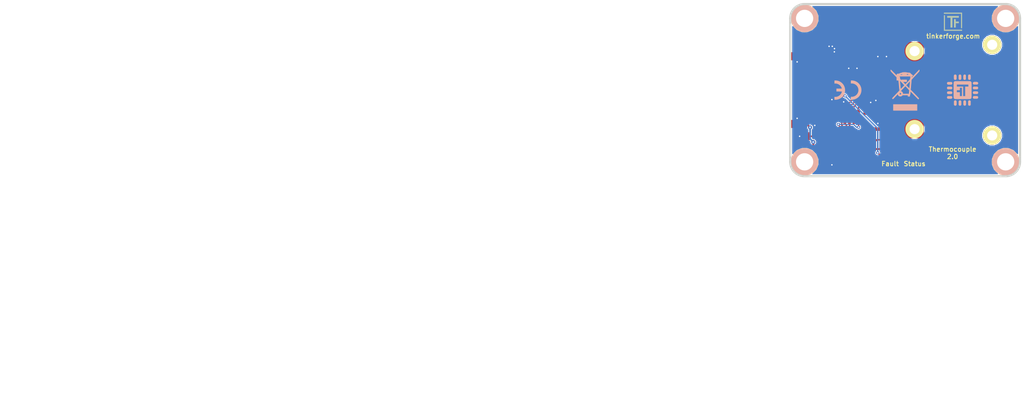
<source format=kicad_pcb>
(kicad_pcb (version 4) (host pcbnew 4.0.7-e2-6376~58~ubuntu17.04.1)
  (title_block (title "Thermocouple Bricklet 2.0") (date 2018-01-16) (rev 1.0) (company "Tinkerforge GmbH") (comment 1 "Licensed under CERN OHL v.1.1") (comment 2 "Copyright (©) 2018, L.Lauer <lukas@tinkerforge.com>"))
  (layers (0 Vorderseite signal) (31 Rückseite signal) (34 B.Paste user) (35 F.Paste user) (36 B.SilkS user) (37 F.SilkS user) (38 B.Mask user) (39 F.Mask user) (44 Edge.Cuts user))
  (net 0 "")
  (net 1 GND)
  (net 2 VCC)
  (net 3 "Net-(C104-Pad1)")
  (net 4 "Net-(C105-Pad1)")
  (net 5 "Net-(D101-Pad1)")
  (net 6 "Net-(D101-Pad2)")
  (net 7 "Net-(J101-Pad2)")
  (net 8 "Net-(R102-Pad2)")
  (net 9 "Net-(RP101-Pad1)")
  (net 10 "Net-(RP101-Pad2)")
  (net 11 "Net-(RP101-Pad3)")
  (net 12 "Net-(RP101-Pad4)")
  (net 13 "Net-(J101-Pad1)")
  (net 14 "Net-(C1-Pad1)")
  (net 15 "Net-(D1-Pad2)")
  (net 16 "Net-(P1-Pad1)")
  (net 17 "Net-(P1-Pad4)")
  (net 18 "Net-(P1-Pad5)")
  (net 19 "Net-(P1-Pad6)")
  (net 20 "Net-(P2-Pad1)")
  (net 21 "Net-(P3-Pad2)")
  (net 22 "Net-(R1-Pad1)")
  (net 23 S-MISO)
  (net 24 S-MOSI)
  (net 25 S-CLK)
  (net 26 S-CS)
  (net 27 M-MOSI)
  (net 28 M-MISO)
  (net 29 M-CLK)
  (net 30 M-CS)
  (net 31 "Net-(U1-Pad2)")
  (net 32 "Net-(U1-Pad3)")
  (net 33 "Net-(U1-Pad5)")
  (net 34 "Net-(U1-Pad6)")
  (net 35 "Net-(U1-Pad8)")
  (net 36 "Net-(U1-Pad11)")
  (net 37 "Net-(U1-Pad12)")
  (net 38 "Net-(U1-Pad14)")
  (net 39 "Net-(U1-Pad16)")
  (net 40 "Net-(U1-Pad21)")
  (net 41 "Net-(U102-Pad6)")
  (net 42 "Net-(U102-Pad7)")
  (net 43 "Net-(U1-Pad7)")
  (module kicad-libraries:QFN24-4x4mm-0.5mm (layer Vorderseite) (at 158.125 148.925)
    (fp_text reference U1)
    (fp_text value XMC1100)
    (pad 1 smd oval (at -2.025 -1.25) (size 1 0.3) (layers Vorderseite F.Paste F.Mask) (net 23 S-MISO))
    (pad 2 smd oval (at -2.025 -0.75) (size 1 0.3) (layers Vorderseite F.Paste F.Mask) (net 31 "Net-(U1-Pad2)"))
    (pad 3 smd oval (at -2.025 -0.25) (size 1 0.3) (layers Vorderseite F.Paste F.Mask) (net 32 "Net-(U1-Pad3)"))
    (pad 4 smd oval (at -2.025 0.25) (size 1 0.3) (layers Vorderseite F.Paste F.Mask) (net 21 "Net-(P3-Pad2)"))
    (pad 5 smd oval (at -2.025 0.75) (size 1 0.3) (layers Vorderseite F.Paste F.Mask) (net 33 "Net-(U1-Pad5)"))
    (pad 6 smd oval (at -2.025 1.25) (size 1 0.3) (layers Vorderseite F.Paste F.Mask) (net 34 "Net-(U1-Pad6)"))
    (pad 7 smd oval (at -1.25 2.025 90) (size 1 0.3) (layers Vorderseite F.Paste F.Mask) (net 43 "Net-(U1-Pad7)"))
    (pad 8 smd oval (at -0.75 2.025 90) (size 1 0.3) (layers Vorderseite F.Paste F.Mask) (net 35 "Net-(U1-Pad8)"))
    (pad 9 smd oval (at -0.25 2.025 90) (size 1 0.3) (layers Vorderseite F.Paste F.Mask) (net 1 GND))
    (pad 10 smd oval (at 0.25 2.025 90) (size 1 0.3) (layers Vorderseite F.Paste F.Mask) (net 2 VCC))
    (pad 11 smd oval (at 0.75 2.025 90) (size 1 0.3) (layers Vorderseite F.Paste F.Mask) (net 36 "Net-(U1-Pad11)"))
    (pad 12 smd oval (at 1.25 2.025 90) (size 1 0.3) (layers Vorderseite F.Paste F.Mask) (net 37 "Net-(U1-Pad12)"))
    (pad 13 smd oval (at 2.025 1.25) (size 1 0.3) (layers Vorderseite F.Paste F.Mask) (net 22 "Net-(R1-Pad1)"))
    (pad 14 smd oval (at 2.025 0.75) (size 1 0.3) (layers Vorderseite F.Paste F.Mask) (net 38 "Net-(U1-Pad14)"))
    (pad 15 smd oval (at 2.025 0.25) (size 1 0.3) (layers Vorderseite F.Paste F.Mask) (net 20 "Net-(P2-Pad1)"))
    (pad 16 smd oval (at 2.025 -0.25) (size 1 0.3) (layers Vorderseite F.Paste F.Mask) (net 39 "Net-(U1-Pad16)"))
    (pad 17 smd oval (at 2.025 -0.75) (size 1 0.3) (layers Vorderseite F.Paste F.Mask) (net 28 M-MISO))
    (pad 18 smd oval (at 2.025 -1.25) (size 1 0.3) (layers Vorderseite F.Paste F.Mask) (net 27 M-MOSI))
    (pad 19 smd oval (at 1.25 -2.025 90) (size 1 0.3) (layers Vorderseite F.Paste F.Mask) (net 29 M-CLK))
    (pad 20 smd oval (at 0.75 -2.025 90) (size 1 0.3) (layers Vorderseite F.Paste F.Mask) (net 30 M-CS))
    (pad 21 smd oval (at 0.25 -2.025 90) (size 1 0.3) (layers Vorderseite F.Paste F.Mask) (net 40 "Net-(U1-Pad21)"))
    (pad 22 smd oval (at -0.25 -2.025 90) (size 1 0.3) (layers Vorderseite F.Paste F.Mask) (net 26 S-CS))
    (pad 23 smd oval (at -0.75 -2.025 90) (size 1 0.3) (layers Vorderseite F.Paste F.Mask) (net 25 S-CLK))
    (pad 24 smd oval (at -1.25 -2.025 90) (size 1 0.3) (layers Vorderseite F.Paste F.Mask) (net 24 S-MOSI))
    (pad EXP smd rect (at 0.65 0.65) (size 1.3 1.3) (layers Vorderseite F.Paste F.Mask) (net 1 GND))
    (pad EXP smd rect (at 0.65 -0.65) (size 1.3 1.3) (layers Vorderseite F.Paste F.Mask) (net 1 GND))
    (pad EXP smd rect (at -0.65 0.65) (size 1.3 1.3) (layers Vorderseite F.Paste F.Mask) (net 1 GND))
    (pad EXP smd rect (at -0.65 -0.65) (size 1.3 1.3) (layers Vorderseite F.Paste F.Mask) (net 1 GND))
  )
  (module kicad-libraries:R1206 (layer Vorderseite) (at 167.625 137.425 180)
    (fp_text reference R104)
    (fp_text value 100)
    (pad 1 smd rect (at -1.50114 0 180) (size 1.00076 1.6002) (layers Vorderseite F.Paste F.Mask) (net 13 "Net-(J101-Pad1)"))
    (pad 2 smd rect (at 1.50114 0 180) (size 1.00076 1.6002) (layers Vorderseite F.Paste F.Mask) (net 4 "Net-(C105-Pad1)"))
  )
  (module kicad-libraries:R1206 (layer Vorderseite) (at 167.625 142.425 180)
    (fp_text reference R103)
    (fp_text value 100)
    (pad 1 smd rect (at -1.50114 0 180) (size 1.00076 1.6002) (layers Vorderseite F.Paste F.Mask) (net 7 "Net-(J101-Pad2)"))
    (pad 2 smd rect (at 1.50114 0 180) (size 1.00076 1.6002) (layers Vorderseite F.Paste F.Mask) (net 3 "Net-(C104-Pad1)"))
  )
  (module kicad-libraries:R1206 (layer Vorderseite) (at 163.675 145.225 90)
    (fp_text reference R102)
    (fp_text value 20k)
    (pad 1 smd rect (at -1.50114 0 90) (size 1.00076 1.6002) (layers Vorderseite F.Paste F.Mask) (net 7 "Net-(J101-Pad2)"))
    (pad 2 smd rect (at 1.50114 0 90) (size 1.00076 1.6002) (layers Vorderseite F.Paste F.Mask) (net 8 "Net-(R102-Pad2)"))
  )
  (module kicad-libraries:R0603F (layer Vorderseite) (at 167.515 150.195 180)
    (fp_text reference R101)
    (fp_text value 1k)
    (pad 1 smd rect (at -0.75 0 180) (size 0.9 0.9) (layers Vorderseite F.Paste F.Mask) (net 5 "Net-(D101-Pad1)"))
    (pad 2 smd rect (at 0.75 0 180) (size 0.9 0.9) (layers Vorderseite F.Paste F.Mask) (net 2 VCC))
  )
  (module kicad-libraries:SolderJumper (layer Vorderseite) (at 152.785 147.975)
    (fp_text reference P3)
    (fp_text value BOOT)
    (pad 2 smd rect (at 0.55 0) (size 0.3 1.4) (layers Vorderseite F.Mask) (net 21 "Net-(P3-Pad2)"))
    (pad 2 smd rect (at 0.15 0) (size 0.6 0.5) (layers Vorderseite F.Mask) (net 21 "Net-(P3-Pad2)"))
    (pad 1 smd rect (at -0.5 0) (size 0.4 1.4) (layers Vorderseite F.Mask) (net 1 GND))
    (pad 1 smd rect (at -0.225 0.55) (size 0.95 0.3) (layers Vorderseite F.Mask) (net 1 GND))
    (pad 1 smd rect (at -0.225 -0.55) (size 0.95 0.3) (layers Vorderseite F.Mask) (net 1 GND))
  )
  (module kicad-libraries:DEBUG_PAD (layer Vorderseite) (at 162.175 149.165)
    (fp_text reference P2)
    (fp_text value DEBUG)
    (pad 1 smd circle (at 0 0) (size 0.7 0.7) (layers Vorderseite F.Paste F.Mask) (net 20 "Net-(P2-Pad1)"))
  )
  (module kicad-libraries:D0603F (layer Vorderseite) (at 167.515 151.525 180)
    (fp_text reference D101)
    (fp_text value red)
    (pad 1 smd rect (at -0.75 0 180) (size 0.9 0.9) (layers Vorderseite F.Paste F.Mask) (net 5 "Net-(D101-Pad1)"))
    (pad 2 smd rect (at 0.75 0 180) (size 0.9 0.9) (layers Vorderseite F.Paste F.Mask) (net 6 "Net-(D101-Pad2)"))
  )
  (module kicad-libraries:C0603F (layer Vorderseite) (at 166.125 134.875 270)
    (fp_text reference C106)
    (fp_text value 10nF)
    (pad 1 smd rect (at -0.75 0 270) (size 0.9 0.9) (layers Vorderseite F.Paste F.Mask) (net 1 GND))
    (pad 2 smd rect (at 0.75 0 270) (size 0.9 0.9) (layers Vorderseite F.Paste F.Mask) (net 4 "Net-(C105-Pad1)"))
  )
  (module kicad-libraries:C0603F (layer Vorderseite) (at 166.025 139.925 270)
    (fp_text reference C105)
    (fp_text value 10nF)
    (pad 1 smd rect (at -0.75 0 270) (size 0.9 0.9) (layers Vorderseite F.Paste F.Mask) (net 4 "Net-(C105-Pad1)"))
    (pad 2 smd rect (at 0.75 0 270) (size 0.9 0.9) (layers Vorderseite F.Paste F.Mask) (net 3 "Net-(C104-Pad1)"))
  )
  (module kicad-libraries:C0603F (layer Vorderseite) (at 166.125 144.925 270)
    (fp_text reference C104)
    (fp_text value 10nF)
    (pad 1 smd rect (at -0.75 0 270) (size 0.9 0.9) (layers Vorderseite F.Paste F.Mask) (net 3 "Net-(C104-Pad1)"))
    (pad 2 smd rect (at 0.75 0 270) (size 0.9 0.9) (layers Vorderseite F.Paste F.Mask) (net 1 GND))
  )
  (module kicad-libraries:C0603F (layer Vorderseite) (at 163.225 136.125 180)
    (fp_text reference C103)
    (fp_text value 100nF)
    (pad 1 smd rect (at -0.75 0 180) (size 0.9 0.9) (layers Vorderseite F.Paste F.Mask) (net 2 VCC))
    (pad 2 smd rect (at 0.75 0 180) (size 0.9 0.9) (layers Vorderseite F.Paste F.Mask) (net 1 GND))
  )
  (module kicad-libraries:C0603F (layer Vorderseite) (at 158.825 136.125)
    (fp_text reference C102)
    (fp_text value 100nF)
    (pad 1 smd rect (at -0.75 0) (size 0.9 0.9) (layers Vorderseite F.Paste F.Mask) (net 2 VCC))
    (pad 2 smd rect (at 0.75 0) (size 0.9 0.9) (layers Vorderseite F.Paste F.Mask) (net 1 GND))
  )
  (module kicad-libraries:0603X4 (layer Vorderseite) (at 160.825 144.525)
    (fp_text reference RP101)
    (fp_text value 100)
    (pad 1 smd rect (at 1.19888 -0.8509) (size 0.44958 0.89916) (layers Vorderseite F.Paste F.Mask) (net 9 "Net-(RP101-Pad1)"))
    (pad 2 smd rect (at 0.39878 -0.8509) (size 0.44958 0.89916) (layers Vorderseite F.Paste F.Mask) (net 10 "Net-(RP101-Pad2)"))
    (pad 3 smd rect (at -0.39878 -0.8509) (size 0.44958 0.89916) (layers Vorderseite F.Paste F.Mask) (net 11 "Net-(RP101-Pad3)"))
    (pad 4 smd rect (at -1.19888 -0.8509) (size 0.44958 0.89916) (layers Vorderseite F.Paste F.Mask) (net 12 "Net-(RP101-Pad4)"))
    (pad 5 smd rect (at -1.19888 0.8509) (size 0.44958 0.89916) (layers Vorderseite F.Paste F.Mask) (net 27 M-MOSI))
    (pad 6 smd rect (at -0.39878 0.8509) (size 0.44958 0.89916) (layers Vorderseite F.Paste F.Mask) (net 28 M-MISO))
    (pad 7 smd rect (at 0.39878 0.8509) (size 0.44958 0.89916) (layers Vorderseite F.Paste F.Mask) (net 29 M-CLK))
    (pad 8 smd rect (at 1.19888 0.8509) (size 0.44958 0.89916) (layers Vorderseite F.Paste F.Mask) (net 30 M-CS))
  )
  (module kicad-libraries:TSSOP14 (layer Vorderseite) (at 161.325 139.625 90)
    (fp_text reference U102)
    (fp_text value MAX31856)
    (pad 1 smd rect (at -1.94818 2.79908 270) (size 0.29972 1.5494) (layers Vorderseite F.Paste F.Mask) (net 1 GND))
    (pad 2 smd rect (at -1.29794 2.79908 270) (size 0.29972 1.5494) (layers Vorderseite F.Paste F.Mask) (net 8 "Net-(R102-Pad2)"))
    (pad 3 smd rect (at -0.6477 2.79908 270) (size 0.29972 1.5494) (layers Vorderseite F.Paste F.Mask) (net 3 "Net-(C104-Pad1)"))
    (pad 4 smd rect (at 0 2.79908 270) (size 0.29972 1.5494) (layers Vorderseite F.Paste F.Mask) (net 4 "Net-(C105-Pad1)"))
    (pad 5 smd rect (at 0.6477 2.79908 270) (size 0.29972 1.5494) (layers Vorderseite F.Paste F.Mask) (net 2 VCC))
    (pad 6 smd rect (at 1.29794 2.79908 270) (size 0.29972 1.5494) (layers Vorderseite F.Paste F.Mask) (net 41 "Net-(U102-Pad6)"))
    (pad 7 smd rect (at 1.94818 2.79908 270) (size 0.29972 1.5494) (layers Vorderseite F.Paste F.Mask) (net 42 "Net-(U102-Pad7)"))
    (pad 8 smd rect (at 1.94818 -2.79908 90) (size 0.29972 1.5494) (layers Vorderseite F.Paste F.Mask) (net 2 VCC))
    (pad 9 smd rect (at 1.29794 -2.79908 90) (size 0.29972 1.5494) (layers Vorderseite F.Paste F.Mask) (net 9 "Net-(RP101-Pad1)"))
    (pad 10 smd rect (at 0.6477 -2.79908 90) (size 0.29972 1.5494) (layers Vorderseite F.Paste F.Mask) (net 10 "Net-(RP101-Pad2)"))
    (pad 11 smd rect (at 0 -2.79908 90) (size 0.29972 1.5494) (layers Vorderseite F.Paste F.Mask) (net 11 "Net-(RP101-Pad3)"))
    (pad 12 smd rect (at -0.6477 -2.79908 90) (size 0.29972 1.5494) (layers Vorderseite F.Paste F.Mask) (net 12 "Net-(RP101-Pad4)"))
    (pad 13 smd rect (at -1.29794 -2.79908 90) (size 0.29972 1.5494) (layers Vorderseite F.Paste F.Mask) (net 6 "Net-(D101-Pad2)"))
    (pad 14 smd rect (at -1.94818 -2.79908 90) (size 0.29972 1.5494) (layers Vorderseite F.Paste F.Mask) (net 1 GND))
  )
  (module kicad-libraries:DRILL_NP (layer Vorderseite) (at 152.625 127.425)
    (fp_text reference U103 hide)
    (fp_text value DRILL hide)
    (pad "" np_thru_hole circle (at 0 0) (size 2.99974 2.99974) (drill 2.99974) (layers *.Cu *.Mask F.SilkS) (clearance 0.89916))
  )
  (module kicad-libraries:DRILL_NP (layer Vorderseite) (at 152.625 152.425)
    (fp_text reference U104 hide)
    (fp_text value DRILL hide)
    (pad "" np_thru_hole circle (at 0 0) (size 2.99974 2.99974) (drill 2.99974) (layers *.Cu *.Mask F.SilkS) (clearance 0.89916))
  )
  (module kicad-libraries:DRILL_NP (layer Vorderseite) (at 187.625 152.425)
    (fp_text reference U105 hide)
    (fp_text value DRILL hide)
    (pad "" np_thru_hole circle (at 0 0) (size 2.99974 2.99974) (drill 2.99974) (layers *.Cu *.Mask F.SilkS) (clearance 0.89916))
  )
  (module kicad-libraries:DRILL_NP (layer Vorderseite) (at 187.625 127.425)
    (fp_text reference U106 hide)
    (fp_text value DRILL hide)
    (pad "" np_thru_hole circle (at 0 0) (size 2.99974 2.99974) (drill 2.99974) (layers *.Cu *.Mask F.SilkS) (clearance 0.89916))
  )
  (module kicad-libraries:Logo_31x31 (layer Vorderseite) (at 176.875 126.425)
    (fp_text reference G*** hide)
    (fp_text value Logo_31x31 hide)
  )
  (module kicad-libraries:CE_5mm (layer Rückseite) (at 160.125 139.925 180)
    (fp_text reference VAL hide)
    (fp_text value CE_5mm hide)
  )
  (module kicad-libraries:WEEE_7mm (layer Rückseite) (at 170.125 139.925 180)
    (fp_text reference G*** hide)
    (fp_text value LOGO hide)
  )
  (module kicad-libraries:Fiducial_Mark (layer Vorderseite) (at 158.125 128.925)
    (fp_text reference Fiducial_Mark hide)
    (fp_text value VAL** hide)
    (pad 1 smd circle (at 0 0) (size 1.00076 1.00076) (layers Vorderseite F.Paste F.Mask) (clearance 0.65024))
  )
  (module kicad-libraries:Fiducial_Mark (layer Vorderseite) (at 183.125 127.425)
    (fp_text reference Fiducial_Mark hide)
    (fp_text value VAL** hide)
    (pad 1 smd circle (at 0 0) (size 1.00076 1.00076) (layers Vorderseite F.Paste F.Mask) (clearance 0.65024))
  )
  (module kicad-libraries:Fiducial_Mark (layer Vorderseite) (at 183.125 152.425)
    (fp_text reference Fiducial_Mark hide)
    (fp_text value VAL** hide)
    (pad 1 smd circle (at 0 0) (size 1.00076 1.00076) (layers Vorderseite F.Paste F.Mask) (clearance 0.65024))
  )
  (module kicad-libraries:PCC_SMP (layer Vorderseite) (at 178.525 139.925 270)
    (fp_text reference J101)
    (fp_text value THERM)
    (pad 1 thru_hole circle (at -6.8 6.75 270) (size 3.2 3.2) (drill 1.77) (layers *.Cu *.Mask F.SilkS) (net 13 "Net-(J101-Pad1)"))
    (pad 2 thru_hole circle (at 6.8 6.75 270) (size 3.2 3.2) (drill 1.77) (layers *.Cu *.Mask F.SilkS) (net 7 "Net-(J101-Pad2)"))
    (pad "" thru_hole circle (at 7.9 -6.75 270) (size 3.2 3.2) (drill 1.77) (layers *.Cu *.Mask F.SilkS))
    (pad "" thru_hole circle (at -7.9 -6.75 270) (size 3.2 3.2) (drill 1.77) (layers *.Cu *.Mask F.SilkS))
  )
  (module C0402E (layer Vorderseite) (at 155.125 145.425 270)
    (fp_text reference C1)
    (fp_text value 220pF)
    (pad 1 smd rect (at -0.65 0 270) (size 0.7 0.9) (layers Vorderseite F.Paste F.Mask) (net 14 "Net-(C1-Pad1)"))
    (pad 2 smd rect (at 0.65 0 270) (size 0.7 0.9) (layers Vorderseite F.Paste F.Mask) (net 1 GND))
  )
  (module C0805 (layer Vorderseite) (at 156.145 134.635)
    (fp_text reference C2)
    (fp_text value 10uF)
    (pad 1 smd rect (at -1.00076 0) (size 1.00076 1.24968) (layers Vorderseite F.Paste F.Mask) (net 2 VCC) (clearance 0.14986))
    (pad 2 smd rect (at 1.00076 0) (size 1.00076 1.24968) (layers Vorderseite F.Paste F.Mask) (net 1 GND) (clearance 0.14986))
  )
  (module C0603F (layer Vorderseite) (at 156.325 133.025)
    (fp_text reference C3)
    (fp_text value 1uF)
    (pad 1 smd rect (at -0.75 0) (size 0.9 0.9) (layers Vorderseite F.Paste F.Mask) (net 2 VCC))
    (pad 2 smd rect (at 0.75 0) (size 0.9 0.9) (layers Vorderseite F.Paste F.Mask) (net 1 GND))
  )
  (module C0603F (layer Vorderseite) (at 158.125 152.225 180)
    (fp_text reference C4)
    (fp_text value 100nF)
    (pad 1 smd rect (at -0.75 0 180) (size 0.9 0.9) (layers Vorderseite F.Paste F.Mask) (net 2 VCC))
    (pad 2 smd rect (at 0.75 0 180) (size 0.9 0.9) (layers Vorderseite F.Paste F.Mask) (net 1 GND))
  )
  (module D0603F (layer Vorderseite) (at 171.775 151.525)
    (fp_text reference D1)
    (fp_text value blue)
    (pad 1 smd rect (at -0.75 0) (size 0.9 0.9) (layers Vorderseite F.Paste F.Mask) (net 2 VCC))
    (pad 2 smd rect (at 0.75 0) (size 0.9 0.9) (layers Vorderseite F.Paste F.Mask) (net 15 "Net-(D1-Pad2)"))
  )
  (module CON-SENSOR2 (layer Vorderseite) (at 150.125 139.925 270)
    (fp_text reference P1)
    (fp_text value CON-SENSOR2)
    (pad 1 smd rect (at -3.75 -4.6 270) (size 0.6 1.8) (layers Vorderseite F.Paste F.Mask) (net 16 "Net-(P1-Pad1)"))
    (pad 2 smd rect (at -2.5 -4.6 270) (size 0.6 1.8) (layers Vorderseite F.Paste F.Mask) (net 1 GND))
    (pad EP smd rect (at -5.9 -1.2 270) (size 1.4 2.4) (layers Vorderseite F.Paste F.Mask) (net 1 GND))
    (pad EP smd rect (at 5.9 -1.2 270) (size 1.4 2.4) (layers Vorderseite F.Paste F.Mask) (net 1 GND))
    (pad 3 smd rect (at -1.25 -4.6 270) (size 0.6 1.8) (layers Vorderseite F.Paste F.Mask) (net 2 VCC))
    (pad 4 smd rect (at 0 -4.6 270) (size 0.6 1.8) (layers Vorderseite F.Paste F.Mask) (net 17 "Net-(P1-Pad4)"))
    (pad 5 smd rect (at 1.25 -4.6 270) (size 0.6 1.8) (layers Vorderseite F.Paste F.Mask) (net 18 "Net-(P1-Pad5)"))
    (pad 6 smd rect (at 2.5 -4.6 270) (size 0.6 1.8) (layers Vorderseite F.Paste F.Mask) (net 19 "Net-(P1-Pad6)"))
    (pad 7 smd rect (at 3.75 -4.6 270) (size 0.6 1.8) (layers Vorderseite F.Paste F.Mask) (net 14 "Net-(C1-Pad1)"))
  )
  (module R0603F (layer Vorderseite) (at 171.775 150.195)
    (fp_text reference R1)
    (fp_text value 1k)
    (pad 1 smd rect (at -0.75 0) (size 0.9 0.9) (layers Vorderseite F.Paste F.Mask) (net 22 "Net-(R1-Pad1)"))
    (pad 2 smd rect (at 0.75 0) (size 0.9 0.9) (layers Vorderseite F.Paste F.Mask) (net 15 "Net-(D1-Pad2)"))
  )
  (module 4X0402 (layer Vorderseite) (at 157.025 144.225 180)
    (fp_text reference RP1)
    (fp_text value 82)
    (pad 1 smd rect (at -0.7493 0.575) (size 0.29972 0.65) (layers Vorderseite F.Paste F.Mask) (net 17 "Net-(P1-Pad4)"))
    (pad 2 smd rect (at -0.24892 0.575) (size 0.29972 0.65) (layers Vorderseite F.Paste F.Mask) (net 18 "Net-(P1-Pad5)"))
    (pad 3 smd rect (at 0.24892 0.575) (size 0.29972 0.65) (layers Vorderseite F.Paste F.Mask) (net 19 "Net-(P1-Pad6)"))
    (pad 4 smd rect (at 0.7493 0.575) (size 0.29972 0.65) (layers Vorderseite F.Paste F.Mask) (net 14 "Net-(C1-Pad1)"))
    (pad 5 smd rect (at 0.7493 -0.575 180) (size 0.29972 0.65) (layers Vorderseite F.Paste F.Mask) (net 23 S-MISO))
    (pad 6 smd rect (at 0.24892 -0.575 180) (size 0.29972 0.65) (layers Vorderseite F.Paste F.Mask) (net 24 S-MOSI))
    (pad 7 smd rect (at -0.24892 -0.575 180) (size 0.29972 0.65) (layers Vorderseite F.Paste F.Mask) (net 25 S-CLK))
    (pad 8 smd rect (at -0.7493 -0.575 180) (size 0.29972 0.65) (layers Vorderseite F.Paste F.Mask) (net 26 S-CS))
  )
  (module kicad-libraries:Logo_CoMCU (layer Rückseite) (at 180.125 139.925 180)
    (fp_text reference G*** hide)
    (fp_text value LOGO hide)
  )
  (gr_text Status (at 171.775 152.765) (layer F.SilkS) (effects (font (size 0.8 0.8) (thickness 0.14986))))
  (gr_line (start 187.625 154.925) (end 152.625 154.925) (angle 90) (layer Edge.Cuts) (width 0.381))
  (gr_line (start 190.125 127.425) (end 190.125 152.425) (angle 90) (layer Edge.Cuts) (width 0.381))
  (gr_line (start 152.625 124.925) (end 187.625 124.925) (angle 90) (layer Edge.Cuts) (width 0.381))
  (gr_line (start 150.125 152.425) (end 150.125 127.425) (angle 90) (layer Edge.Cuts) (width 0.381))
  (gr_text "Thermocouple\n2.0" (at 178.375 150.875) (layer F.SilkS) (effects (font (size 0.8 0.8))))
  (gr_text Fault (at 167.515 152.765) (layer F.SilkS) (effects (font (size 0.8 0.8) (thickness 0.14986))))
  (gr_arc (start 152.625 152.425) (end 152.625 154.925) (angle 90) (layer Edge.Cuts) (width 0.381))
  (gr_arc (start 187.625 152.425) (end 190.125 152.425) (angle 90) (layer Edge.Cuts) (width 0.381))
  (gr_arc (start 187.625 127.425) (end 187.625 124.925) (angle 90) (layer Edge.Cuts) (width 0.381))
  (gr_arc (start 152.625 127.425) (end 150.125 127.425) (angle 90) (layer Edge.Cuts) (width 0.381))
  (gr_text tinkerforge.com (at 178.475 130.525) (layer F.SilkS) (effects (font (size 0.8001 0.8001) (thickness 0.14986))))
  (segment (start 157.375 152.225) (end 157.375 152.955) (width 0.55) (layer Vorderseite) (net 1))
  (via (at 157.375 152.955) (size 0.55) (drill 0.25) (layers Vorderseite Rückseite) (net 1))
  (segment (start 152.56 147.425) (end 152.405 147.425) (width 0.2) (layer Vorderseite) (net 1))
  (segment (start 152.405 147.425) (end 152.295 147.535) (width 0.2) (layer Vorderseite) (net 1))
  (segment (start 152.295 147.535) (end 152.295 147.985) (width 0.2) (layer Vorderseite) (net 1))
  (segment (start 152.295 147.985) (end 152.285 147.975) (width 0.2) (layer Vorderseite) (net 1))
  (segment (start 152.56 148.525) (end 152.445 148.525) (width 0.2) (layer Vorderseite) (net 1))
  (segment (start 152.445 148.525) (end 152.295 148.375) (width 0.2) (layer Vorderseite) (net 1))
  (segment (start 152.295 148.375) (end 152.295 148.035) (width 0.2) (layer Vorderseite) (net 1))
  (segment (start 152.295 148.035) (end 152.285 147.975) (width 0.2) (layer Vorderseite) (net 1))
  (segment (start 152.285 147.975) (end 151.755 147.975) (width 0.25) (layer Vorderseite) (net 1))
  (via (at 151.755 147.975) (size 0.55) (drill 0.25) (layers Vorderseite Rückseite) (net 1))
  (segment (start 157.875 150.95) (end 157.875 151.725) (width 0.25) (layer Vorderseite) (net 1))
  (segment (start 157.875 151.725) (end 157.375 152.225) (width 0.25) (layer Vorderseite) (net 1))
  (segment (start 155.125 146.075) (end 154.395 146.075) (width 0.55) (layer Vorderseite) (net 1))
  (via (at 154.395 146.075) (size 0.55) (drill 0.25) (layers Vorderseite Rückseite) (net 1))
  (segment (start 156.885 132.295) (end 156.885 132.835) (width 0.55) (layer Vorderseite) (net 1))
  (via (at 156.885 132.295) (size 0.55) (drill 0.25) (layers Vorderseite Rückseite) (net 1))
  (segment (start 156.885 132.835) (end 157.075 133.025) (width 0.55) (layer Vorderseite) (net 1))
  (segment (start 157.825 132.695) (end 157.825 133.235) (width 0.55) (layer Vorderseite) (net 1))
  (segment (start 157.575 133.025) (end 157.805 133.255) (width 0.55) (layer Vorderseite) (net 1))
  (via (at 157.805 133.255) (size 0.55) (drill 0.25) (layers Vorderseite Rückseite) (net 1))
  (segment (start 157.575 133.025) (end 157.075 133.025) (width 0.55) (layer Vorderseite) (net 1))
  (via (at 157.825 132.695) (size 0.55) (drill 0.25) (layers Vorderseite Rückseite) (net 1))
  (segment (start 157.825 133.235) (end 157.805 133.255) (width 0.55) (layer Vorderseite) (net 1))
  (segment (start 157.445 132.295) (end 157.445 132.315) (width 0.55) (layer Vorderseite) (net 1))
  (segment (start 157.825 132.695) (end 157.495 133.025) (width 0.55) (layer Vorderseite) (net 1))
  (via (at 157.445 132.295) (size 0.55) (drill 0.25) (layers Vorderseite Rückseite) (net 1))
  (segment (start 157.075 132.485) (end 157.075 133.025) (width 0.55) (layer Vorderseite) (net 1))
  (segment (start 157.075 132.485) (end 156.885 132.295) (width 0.55) (layer Vorderseite) (net 1))
  (segment (start 156.885 132.295) (end 157.445 132.295) (width 0.55) (layer Vorderseite) (net 1))
  (segment (start 157.445 132.315) (end 157.825 132.695) (width 0.55) (layer Vorderseite) (net 1))
  (segment (start 157.075 132.665) (end 157.445 132.295) (width 0.55) (layer Vorderseite) (net 1))
  (segment (start 157.075 133.025) (end 157.495 133.025) (width 0.55) (layer Vorderseite) (net 1))
  (segment (start 157.14576 134.635) (end 157.14576 133.09576) (width 0.55) (layer Vorderseite) (net 1))
  (segment (start 157.14576 133.09576) (end 157.075 133.025) (width 0.55) (layer Vorderseite) (net 1))
  (segment (start 154.725 137.425) (end 156.415 137.425) (width 0.55) (layer Vorderseite) (net 1))
  (segment (start 157.14576 136.69424) (end 157.14576 134.635) (width 0.55) (layer Vorderseite) (net 1))
  (segment (start 156.415 137.425) (end 157.14576 136.69424) (width 0.55) (layer Vorderseite) (net 1))
  (segment (start 162.475 136.125) (end 161.745 136.125) (width 0.55) (layer Vorderseite) (net 1))
  (via (at 161.745 136.125) (size 0.55) (drill 0.25) (layers Vorderseite Rückseite) (net 1))
  (segment (start 159.575 136.125) (end 160.305 136.125) (width 0.55) (layer Vorderseite) (net 1))
  (via (at 160.305 136.125) (size 0.55) (drill 0.25) (layers Vorderseite Rückseite) (net 1))
  (segment (start 151.325 134.025) (end 151.325 135.005) (width 0.55) (layer Vorderseite) (net 1))
  (via (at 151.325 135.005) (size 0.55) (drill 0.25) (layers Vorderseite Rückseite) (net 1))
  (segment (start 151.325 145.825) (end 151.325 144.845) (width 0.55) (layer Vorderseite) (net 1))
  (via (at 151.325 144.845) (size 0.55) (drill 0.25) (layers Vorderseite Rückseite) (net 1))
  (segment (start 157.875 150.95) (end 157.875 149.975) (width 0.2) (layer Vorderseite) (net 1))
  (segment (start 157.875 149.975) (end 157.475 149.575) (width 0.2) (layer Vorderseite) (net 1))
  (segment (start 157.475 148.275) (end 158.775 148.275) (width 0.2) (layer Vorderseite) (net 1))
  (segment (start 158.775 148.275) (end 158.775 149.575) (width 0.2) (layer Vorderseite) (net 1))
  (segment (start 158.775 149.575) (end 157.475 149.575) (width 0.2) (layer Vorderseite) (net 1))
  (segment (start 157.475 149.575) (end 157.475 148.275) (width 0.2) (layer Vorderseite) (net 1))
  (via (at 159.425 141.975) (size 0.55) (drill 0.25) (layers Vorderseite Rückseite) (net 1))
  (segment (start 159.02318 141.57318) (end 159.425 141.975) (width 0.29972) (layer Vorderseite) (net 1))
  (segment (start 158.52592 141.57318) (end 159.02318 141.57318) (width 0.29972) (layer Vorderseite) (net 1))
  (segment (start 157.37682 141.57318) (end 157.375 141.575) (width 0.29972) (layer Vorderseite) (net 1))
  (via (at 157.375 141.575) (size 0.55) (drill 0.25) (layers Vorderseite Rückseite) (net 1))
  (segment (start 158.52592 141.57318) (end 157.37682 141.57318) (width 0.29972) (layer Vorderseite) (net 1))
  (via (at 165.025 141.725) (size 0.55) (drill 0.25) (layers Vorderseite Rückseite) (net 1))
  (segment (start 164.87318 141.57318) (end 165.025 141.725) (width 0.29972) (layer Vorderseite) (net 1))
  (segment (start 164.12408 141.57318) (end 164.87318 141.57318) (width 0.29972) (layer Vorderseite) (net 1))
  (segment (start 164.12408 142.07408) (end 164.125 142.075) (width 0.29972) (layer Vorderseite) (net 1))
  (via (at 164.125 142.075) (size 0.55) (drill 0.25) (layers Vorderseite Rückseite) (net 1))
  (segment (start 164.12408 141.57318) (end 164.12408 142.07408) (width 0.29972) (layer Vorderseite) (net 1))
  (segment (start 165.3751 145.7251) (end 165.375 145.725) (width 0.59944) (layer Vorderseite) (net 1))
  (via (at 165.375 145.725) (size 0.55) (drill 0.25) (layers Vorderseite Rückseite) (net 1))
  (segment (start 166.125 145.7251) (end 165.3751 145.7251) (width 0.59944) (layer Vorderseite) (net 1))
  (segment (start 165.3751 134.0749) (end 165.375 134.075) (width 0.59944) (layer Vorderseite) (net 1))
  (via (at 165.375 134.075) (size 0.55) (drill 0.25) (layers Vorderseite Rückseite) (net 1))
  (segment (start 166.125 134.0749) (end 165.3751 134.0749) (width 0.59944) (layer Vorderseite) (net 1))
  (segment (start 166.8749 134.0749) (end 166.875 134.075) (width 0.59944) (layer Vorderseite) (net 1))
  (via (at 166.875 134.075) (size 0.55) (drill 0.25) (layers Vorderseite Rückseite) (net 1))
  (segment (start 166.125 134.0749) (end 166.8749 134.0749) (width 0.59944) (layer Vorderseite) (net 1))
  (segment (start 152.285 136.395) (end 152.285 135.675) (width 0.29972) (layer Vorderseite) (net 2))
  (segment (start 154.935 133.025) (end 155.575 133.025) (width 0.29972) (layer Vorderseite) (net 2))
  (segment (start 152.285 135.675) (end 154.935 133.025) (width 0.29972) (layer Vorderseite) (net 2))
  (segment (start 158.875 152.225) (end 158.875 152.855) (width 0.29972) (layer Vorderseite) (net 2))
  (segment (start 152.285 138.475) (end 152.285 136.395) (width 0.29972) (layer Vorderseite) (net 2))
  (segment (start 153.145 139.335) (end 152.285 138.475) (width 0.29972) (layer Vorderseite) (net 2))
  (segment (start 153.145 145.995) (end 153.145 139.335) (width 0.29972) (layer Vorderseite) (net 2))
  (segment (start 153.575 146.425) (end 153.145 145.995) (width 0.29972) (layer Vorderseite) (net 2))
  (via (at 153.575 146.425) (size 0.70104) (drill 0.24892) (layers Vorderseite Rückseite) (net 2))
  (segment (start 153.575 148.415) (end 153.575 146.425) (width 0.29972) (layer Rückseite) (net 2))
  (segment (start 154.135 148.975) (end 153.575 148.415) (width 0.29972) (layer Rückseite) (net 2))
  (via (at 154.135 148.975) (size 0.70104) (drill 0.24892) (layers Vorderseite Rückseite) (net 2))
  (segment (start 154.135 149.475) (end 154.135 148.975) (width 0.29972) (layer Vorderseite) (net 2))
  (segment (start 156.195 151.535) (end 154.135 149.475) (width 0.29972) (layer Vorderseite) (net 2))
  (segment (start 156.195 152.605) (end 156.195 151.535) (width 0.29972) (layer Vorderseite) (net 2))
  (segment (start 157.125 153.535) (end 156.195 152.605) (width 0.29972) (layer Vorderseite) (net 2))
  (segment (start 158.195 153.535) (end 157.125 153.535) (width 0.29972) (layer Vorderseite) (net 2))
  (segment (start 158.875 152.855) (end 158.195 153.535) (width 0.29972) (layer Vorderseite) (net 2))
  (segment (start 166.765 150.195) (end 166.765 149.555) (width 0.29972) (layer Vorderseite) (net 2))
  (segment (start 170.135 151.525) (end 171.025 151.525) (width 0.29972) (layer Vorderseite) (net 2))
  (segment (start 169.625 151.015) (end 170.135 151.525) (width 0.29972) (layer Vorderseite) (net 2))
  (segment (start 169.625 149.625) (end 169.625 151.015) (width 0.29972) (layer Vorderseite) (net 2))
  (segment (start 169.155 149.155) (end 169.625 149.625) (width 0.29972) (layer Vorderseite) (net 2))
  (segment (start 167.165 149.155) (end 169.155 149.155) (width 0.29972) (layer Vorderseite) (net 2))
  (segment (start 166.765 149.555) (end 167.165 149.155) (width 0.29972) (layer Vorderseite) (net 2))
  (segment (start 158.875 152.225) (end 162.325 152.225) (width 0.29972) (layer Vorderseite) (net 2))
  (segment (start 162.325 152.225) (end 164.355 150.195) (width 0.29972) (layer Vorderseite) (net 2))
  (segment (start 164.355 150.195) (end 166.765 150.195) (width 0.29972) (layer Vorderseite) (net 2))
  (segment (start 158.375 150.95) (end 158.375 151.725) (width 0.25) (layer Vorderseite) (net 2))
  (segment (start 158.375 151.725) (end 158.875 152.225) (width 0.25) (layer Vorderseite) (net 2))
  (segment (start 158.555 134.725) (end 158.925 135.095) (width 0.29972) (layer Vorderseite) (net 2))
  (segment (start 163.975 135.505) (end 163.975 136.125) (width 0.29972) (layer Vorderseite) (net 2))
  (segment (start 163.565 135.095) (end 163.975 135.505) (width 0.29972) (layer Vorderseite) (net 2))
  (segment (start 158.925 135.095) (end 163.565 135.095) (width 0.29972) (layer Vorderseite) (net 2))
  (segment (start 155.575 133.025) (end 155.575 131.755) (width 0.29972) (layer Vorderseite) (net 2))
  (segment (start 155.575 131.755) (end 155.575 131.735) (width 0.29972) (layer Vorderseite) (net 2))
  (segment (start 155.575 131.735) (end 155.845 131.465) (width 0.29972) (layer Vorderseite) (net 2))
  (segment (start 155.845 131.465) (end 157.885 131.465) (width 0.29972) (layer Vorderseite) (net 2))
  (segment (start 157.885 131.465) (end 158.555 132.135) (width 0.29972) (layer Vorderseite) (net 2))
  (segment (start 158.555 132.135) (end 158.555 134.725) (width 0.29972) (layer Vorderseite) (net 2))
  (segment (start 158.075 135.205) (end 158.075 136.125) (width 0.29972) (layer Vorderseite) (net 2))
  (segment (start 158.555 134.725) (end 158.075 135.205) (width 0.29972) (layer Vorderseite) (net 2))
  (segment (start 155.14424 134.635) (end 155.14424 134.04576) (width 0.55) (layer Vorderseite) (net 2))
  (segment (start 155.14424 134.04576) (end 155.575 133.615) (width 0.55) (layer Vorderseite) (net 2))
  (segment (start 155.575 133.615) (end 155.575 133.025) (width 0.55) (layer Vorderseite) (net 2))
  (segment (start 154.775 138.685) (end 153.645 138.685) (width 0.55) (layer Vorderseite) (net 2))
  (segment (start 154.215 134.635) (end 155.14424 134.635) (width 0.55) (layer Vorderseite) (net 2))
  (segment (start 153.055 135.795) (end 154.215 134.635) (width 0.55) (layer Vorderseite) (net 2))
  (segment (start 153.055 138.095) (end 153.055 135.795) (width 0.55) (layer Vorderseite) (net 2))
  (segment (start 153.645 138.685) (end 153.055 138.095) (width 0.55) (layer Vorderseite) (net 2))
  (segment (start 158.0249 137.1758) (end 158.52592 137.67682) (width 0.29972) (layer Vorderseite) (net 2))
  (segment (start 158.0249 136.125) (end 158.0249 137.1758) (width 0.29972) (layer Vorderseite) (net 2))
  (segment (start 164.0251 136.2249) (end 164.0251 136.125) (width 0.29972) (layer Vorderseite) (net 2))
  (segment (start 163.2273 138.9773) (end 162.875 138.625) (width 0.29972) (layer Vorderseite) (net 2))
  (segment (start 162.875 138.625) (end 162.875 137.375) (width 0.29972) (layer Vorderseite) (net 2))
  (segment (start 162.875 137.375) (end 164.0251 136.2249) (width 0.29972) (layer Vorderseite) (net 2))
  (segment (start 164.12408 138.9773) (end 163.2273 138.9773) (width 0.29972) (layer Vorderseite) (net 2))
  (segment (start 166.12386 140.82396) (end 166.025 140.7251) (width 0.8001) (layer Vorderseite) (net 3))
  (segment (start 166.12386 142.425) (end 166.12386 140.82396) (width 0.8001) (layer Vorderseite) (net 3))
  (segment (start 166.1249 142.42604) (end 166.12386 142.425) (width 0.8001) (layer Vorderseite) (net 3))
  (segment (start 166.1249 144.175) (end 166.1249 142.42604) (width 0.8001) (layer Vorderseite) (net 3))
  (segment (start 165.0227 140.2727) (end 165.4751 140.7251) (width 0.29972) (layer Vorderseite) (net 3))
  (segment (start 165.4751 140.7251) (end 166.025 140.7251) (width 0.29972) (layer Vorderseite) (net 3))
  (segment (start 164.12408 140.2727) (end 165.0227 140.2727) (width 0.29972) (layer Vorderseite) (net 3))
  (segment (start 166.12386 139.02604) (end 166.025 139.1249) (width 0.8001) (layer Vorderseite) (net 4))
  (segment (start 166.12386 137.425) (end 166.12386 139.02604) (width 0.8001) (layer Vorderseite) (net 4))
  (segment (start 166.12386 135.72604) (end 166.1249 135.725) (width 0.8001) (layer Vorderseite) (net 4))
  (segment (start 166.12386 137.425) (end 166.12386 135.72604) (width 0.8001) (layer Vorderseite) (net 4))
  (segment (start 165.6251 139.1249) (end 166.025 139.1249) (width 0.29972) (layer Vorderseite) (net 4))
  (segment (start 165.075 139.625) (end 165.5751 139.1249) (width 0.29972) (layer Vorderseite) (net 4))
  (segment (start 164.12408 139.625) (end 165.075 139.625) (width 0.29972) (layer Vorderseite) (net 4))
  (segment (start 168.265 150.195) (end 168.265 151.525) (width 0.55) (layer Vorderseite) (net 5))
  (segment (start 158.52592 140.92294) (end 159.65294 140.92294) (width 0.25) (layer Vorderseite) (net 6))
  (segment (start 166.025 151.525) (end 166.765 151.525) (width 0.25) (layer Vorderseite) (net 6))
  (segment (start 165.355 150.855) (end 166.025 151.525) (width 0.25) (layer Vorderseite) (net 6))
  (via (at 165.355 150.855) (size 0.55) (drill 0.25) (layers Vorderseite Rückseite) (net 6))
  (segment (start 165.355 146.625) (end 165.355 150.855) (width 0.25) (layer Rückseite) (net 6))
  (segment (start 159.655 140.925) (end 165.355 146.625) (width 0.25) (layer Rückseite) (net 6))
  (via (at 159.655 140.925) (size 0.55) (drill 0.25) (layers Vorderseite Rückseite) (net 6))
  (segment (start 159.65294 140.92294) (end 159.655 140.925) (width 0.25) (layer Vorderseite) (net 6))
  (segment (start 171.775 144.125) (end 170.075 142.425) (width 1.50114) (layer Vorderseite) (net 7))
  (segment (start 170.075 142.425) (end 169.12614 142.425) (width 1.50114) (layer Vorderseite) (net 7))
  (segment (start 171.775 146.725) (end 171.775 144.125) (width 1.50114) (layer Vorderseite) (net 7))
  (segment (start 171.77386 146.72614) (end 171.775 146.725) (width 1.50114) (layer Vorderseite) (net 7))
  (segment (start 171.425 147.075) (end 171.775 146.725) (width 0.59944) (layer Vorderseite) (net 7))
  (segment (start 164.77614 146.72614) (end 164.775 146.725) (width 0.59944) (layer Vorderseite) (net 7))
  (segment (start 164.775 146.725) (end 171.475 146.725) (width 0.59944) (layer Vorderseite) (net 7))
  (segment (start 163.675 146.72614) (end 164.77614 146.72614) (width 0.59944) (layer Vorderseite) (net 7))
  (segment (start 163.12706 140.92294) (end 162.775 141.275) (width 0.59944) (layer Vorderseite) (net 8))
  (segment (start 162.775 141.275) (end 162.775 142.82386) (width 0.59944) (layer Vorderseite) (net 8))
  (segment (start 162.775 142.82386) (end 163.675 143.72386) (width 0.59944) (layer Vorderseite) (net 8))
  (segment (start 164.12408 140.92294) (end 163.12706 140.92294) (width 0.29972) (layer Vorderseite) (net 8))
  (segment (start 158.52592 138.32706) (end 160.08706 138.32706) (width 0.2) (layer Vorderseite) (net 9))
  (segment (start 162.02388 142.91612) (end 162.02388 143.6741) (width 0.2) (layer Vorderseite) (net 9))
  (segment (start 162.174618 142.765382) (end 162.02388 142.91612) (width 0.2) (layer Vorderseite) (net 9))
  (segment (start 162.174618 140.414618) (end 162.174618 142.765382) (width 0.2) (layer Vorderseite) (net 9))
  (segment (start 160.08706 138.32706) (end 162.174618 140.414618) (width 0.2) (layer Vorderseite) (net 9))
  (segment (start 158.52592 138.9773) (end 160.156256 138.9773) (width 0.2) (layer Vorderseite) (net 10))
  (segment (start 161.22378 142.79622) (end 161.22378 143.6741) (width 0.2) (layer Vorderseite) (net 10))
  (segment (start 161.740569 142.279431) (end 161.22378 142.79622) (width 0.2) (layer Vorderseite) (net 10))
  (segment (start 161.740569 140.561613) (end 161.740569 142.279431) (width 0.2) (layer Vorderseite) (net 10))
  (segment (start 160.156256 138.9773) (end 161.740569 140.561613) (width 0.2) (layer Vorderseite) (net 10))
  (segment (start 158.52592 139.625) (end 160.209907 139.625) (width 0.2) (layer Vorderseite) (net 11))
  (segment (start 160.42622 142.87378) (end 160.42622 143.6741) (width 0.2) (layer Vorderseite) (net 11))
  (segment (start 161.305 141.995) (end 160.42622 142.87378) (width 0.2) (layer Vorderseite) (net 11))
  (segment (start 161.305 140.720093) (end 161.305 141.995) (width 0.2) (layer Vorderseite) (net 11))
  (segment (start 160.209907 139.625) (end 161.305 140.720093) (width 0.2) (layer Vorderseite) (net 11))
  (segment (start 158.52592 140.2727) (end 160.1127 140.2727) (width 0.2) (layer Vorderseite) (net 12))
  (segment (start 159.62612 142.95388) (end 159.62612 143.6741) (width 0.2) (layer Vorderseite) (net 12))
  (segment (start 160.725 141.855) (end 159.62612 142.95388) (width 0.2) (layer Vorderseite) (net 12))
  (segment (start 160.725 140.885) (end 160.725 141.855) (width 0.2) (layer Vorderseite) (net 12))
  (segment (start 160.1127 140.2727) (end 160.725 140.885) (width 0.2) (layer Vorderseite) (net 12))
  (segment (start 171.775 135.825) (end 170.175 137.425) (width 1.50114) (layer Vorderseite) (net 13))
  (segment (start 170.175 137.425) (end 169.12614 137.425) (width 1.50114) (layer Vorderseite) (net 13))
  (segment (start 171.775 133.125) (end 171.775 135.825) (width 1.50114) (layer Vorderseite) (net 13))
  (segment (start 155.125 144.775) (end 155.125 144.025) (width 0.2) (layer Vorderseite) (net 14))
  (segment (start 155.125 144.025) (end 154.775 143.675) (width 0.2) (layer Vorderseite) (net 14))
  (segment (start 154.775 143.675) (end 154.725 143.675) (width 0.2) (layer Vorderseite) (net 14))
  (segment (start 154.725 143.675) (end 156.2507 143.675) (width 0.2) (layer Vorderseite) (net 14))
  (segment (start 156.2507 143.675) (end 156.2757 143.65) (width 0.2) (layer Vorderseite) (net 14))
  (segment (start 172.525 150.195) (end 172.525 151.525) (width 0.55) (layer Vorderseite) (net 15))
  (segment (start 154.725 139.925) (end 155.805 139.925) (width 0.2) (layer Vorderseite) (net 17))
  (segment (start 157.7743 142.8043) (end 157.7743 143.65) (width 0.2) (layer Vorderseite) (net 17))
  (segment (start 156.753311 141.783311) (end 157.7743 142.8043) (width 0.2) (layer Vorderseite) (net 17))
  (segment (start 156.753311 140.873311) (end 156.753311 141.783311) (width 0.2) (layer Vorderseite) (net 17))
  (segment (start 155.805 139.925) (end 156.753311 140.873311) (width 0.2) (layer Vorderseite) (net 17))
  (segment (start 154.725 141.175) (end 155.775 141.175) (width 0.2) (layer Vorderseite) (net 18))
  (segment (start 157.27392 143.00392) (end 157.27392 143.65) (width 0.2) (layer Vorderseite) (net 18))
  (segment (start 156.328311 142.058311) (end 157.27392 143.00392) (width 0.2) (layer Vorderseite) (net 18))
  (segment (start 156.328311 141.728311) (end 156.328311 142.058311) (width 0.2) (layer Vorderseite) (net 18))
  (segment (start 155.775 141.175) (end 156.328311 141.728311) (width 0.2) (layer Vorderseite) (net 18))
  (segment (start 154.725 142.425) (end 156.045 142.425) (width 0.2) (layer Vorderseite) (net 19))
  (segment (start 156.77608 143.15608) (end 156.77608 143.65) (width 0.2) (layer Vorderseite) (net 19))
  (segment (start 156.045 142.425) (end 156.77608 143.15608) (width 0.2) (layer Vorderseite) (net 19))
  (segment (start 160.15 149.175) (end 162.165 149.175) (width 0.2) (layer Vorderseite) (net 20))
  (segment (start 162.165 149.175) (end 162.175 149.165) (width 0.2) (layer Vorderseite) (net 20))
  (segment (start 153.335 147.975) (end 152.935 147.975) (width 0.25) (layer Vorderseite) (net 21))
  (segment (start 156.1 149.175) (end 155.325 149.175) (width 0.25) (layer Vorderseite) (net 21))
  (segment (start 154.125 147.975) (end 152.935 147.975) (width 0.25) (layer Vorderseite) (net 21))
  (segment (start 155.325 149.175) (end 154.125 147.975) (width 0.25) (layer Vorderseite) (net 21))
  (segment (start 160.15 150.175) (end 163.615 150.175) (width 0.25) (layer Vorderseite) (net 22))
  (segment (start 171.025 149.435) (end 171.025 150.195) (width 0.25) (layer Vorderseite) (net 22))
  (segment (start 170.175 148.585) (end 171.025 149.435) (width 0.25) (layer Vorderseite) (net 22))
  (segment (start 165.205 148.585) (end 170.175 148.585) (width 0.25) (layer Vorderseite) (net 22))
  (segment (start 163.615 150.175) (end 165.205 148.585) (width 0.25) (layer Vorderseite) (net 22))
  (segment (start 156.2757 144.8) (end 156.2757 146.7543) (width 0.2) (layer Vorderseite) (net 23))
  (segment (start 156.1 146.93) (end 156.1 147.675) (width 0.2) (layer Vorderseite) (net 23))
  (segment (start 156.2757 146.7543) (end 156.1 146.93) (width 0.2) (layer Vorderseite) (net 23))
  (segment (start 156.875 146.9) (end 156.875 146.155) (width 0.2) (layer Vorderseite) (net 24))
  (segment (start 156.77608 146.05608) (end 156.77608 144.8) (width 0.2) (layer Vorderseite) (net 24))
  (segment (start 156.875 146.155) (end 156.77608 146.05608) (width 0.2) (layer Vorderseite) (net 24))
  (segment (start 157.27392 144.8) (end 157.27392 145.99392) (width 0.2) (layer Vorderseite) (net 25))
  (segment (start 157.375 146.095) (end 157.375 146.9) (width 0.2) (layer Vorderseite) (net 25))
  (segment (start 157.27392 145.99392) (end 157.375 146.095) (width 0.2) (layer Vorderseite) (net 25))
  (segment (start 157.7743 144.8) (end 157.7743 145.9143) (width 0.2) (layer Vorderseite) (net 26))
  (segment (start 157.875 146.015) (end 157.875 146.9) (width 0.2) (layer Vorderseite) (net 26))
  (segment (start 157.7743 145.9143) (end 157.875 146.015) (width 0.2) (layer Vorderseite) (net 26))
  (segment (start 159.62612 145.3759) (end 159.62612 145.80612) (width 0.2) (layer Vorderseite) (net 27))
  (segment (start 159.62612 145.80612) (end 160.15 146.33) (width 0.2) (layer Vorderseite) (net 27))
  (segment (start 160.15 146.33) (end 160.15 147.675) (width 0.2) (layer Vorderseite) (net 27))
  (segment (start 160.42622 145.3759) (end 160.42622 146.03622) (width 0.2) (layer Vorderseite) (net 28))
  (segment (start 160.695 148.175) (end 160.11 148.175) (width 0.2) (layer Vorderseite) (net 28))
  (segment (start 160.955 147.915) (end 160.695 148.175) (width 0.2) (layer Vorderseite) (net 28))
  (segment (start 160.955 146.565) (end 160.955 147.915) (width 0.2) (layer Vorderseite) (net 28))
  (segment (start 160.42622 146.03622) (end 160.955 146.565) (width 0.2) (layer Vorderseite) (net 28))
  (segment (start 161.22378 145.3759) (end 161.22378 144.73378) (width 0.2) (layer Vorderseite) (net 29))
  (segment (start 159.375 146.315) (end 159.375 146.9) (width 0.2) (layer Vorderseite) (net 29))
  (segment (start 159.095 146.035) (end 159.375 146.315) (width 0.2) (layer Vorderseite) (net 29))
  (segment (start 159.095 144.625) (end 159.095 146.035) (width 0.2) (layer Vorderseite) (net 29))
  (segment (start 159.195 144.525) (end 159.095 144.625) (width 0.2) (layer Vorderseite) (net 29))
  (segment (start 161.015 144.525) (end 159.195 144.525) (width 0.2) (layer Vorderseite) (net 29))
  (segment (start 161.22378 144.73378) (end 161.015 144.525) (width 0.2) (layer Vorderseite) (net 29))
  (segment (start 158.875 146.9) (end 158.875 146.395) (width 0.2) (layer Vorderseite) (net 30))
  (segment (start 162.02388 146.39388) (end 162.02388 145.3759) (width 0.2) (layer Vorderseite) (net 30))
  (segment (start 162.025 146.395) (end 162.02388 146.39388) (width 0.2) (layer Vorderseite) (net 30))
  (via (at 162.025 146.395) (size 0.55) (drill 0.25) (layers Vorderseite Rückseite) (net 30))
  (segment (start 161.655 146.395) (end 162.025 146.395) (width 0.2) (layer Rückseite) (net 30))
  (segment (start 161.155 145.895) (end 161.655 146.395) (width 0.2) (layer Rückseite) (net 30))
  (segment (start 158.505 145.895) (end 161.155 145.895) (width 0.2) (layer Rückseite) (net 30))
  (via (at 158.505 145.895) (size 0.55) (drill 0.25) (layers Vorderseite Rückseite) (net 30))
  (segment (start 158.505 146.025) (end 158.505 145.895) (width 0.2) (layer Vorderseite) (net 30))
  (segment (start 158.875 146.395) (end 158.505 146.025) (width 0.2) (layer Vorderseite) (net 30))
  (zone (net 13) (net_name "Net-(J101-Pad1)") (layer Vorderseite) (connect_pads yes (clearance 0.15)) (min_thickness 0.15) (fill yes (arc_segments 16) (thermal_gap 0.2) (thermal_bridge_width 0.2))
    (polygon (pts (xy 173.375 131.525) (xy 173.375 138.225) (xy 168.625 138.225) (xy 168.625 131.525)))
  )
  (zone (net 7) (net_name "Net-(J101-Pad2)") (layer Vorderseite) (connect_pads yes (clearance 0.15)) (min_thickness 0.15) (fill yes (arc_segments 16) (thermal_gap 0.2) (thermal_bridge_width 0.2))
    (polygon (pts (xy 173.375 148.325) (xy 173.375 141.625) (xy 168.625 141.625) (xy 168.625 148.325)))
  )
  (zone (net 4) (net_name "Net-(C105-Pad1)") (layer Vorderseite) (connect_pads yes (clearance 0.15)) (min_thickness 0.15) (fill yes (arc_segments 16) (thermal_gap 0.2) (thermal_bridge_width 0.2))
    (polygon (pts (xy 165.275 139.775) (xy 165.275 135.325) (xy 166.725 135.275) (xy 166.725 139.775)))
  )
  (zone (net 3) (net_name "Net-(C104-Pad1)") (layer Vorderseite) (connect_pads yes (clearance 0.15)) (min_thickness 0.15) (fill yes (arc_segments 16) (thermal_gap 0.2) (thermal_bridge_width 0.2))
    (polygon (pts (xy 165.275 140.075) (xy 166.725 140.075) (xy 166.775 144.575) (xy 165.275 144.575)))
  )
  (zone (net 1) (net_name GND) (layer Rückseite) (connect_pads yes (clearance 0.15)) (min_thickness 0.15) (fill yes (arc_segments 16) (thermal_gap 0.2) (thermal_bridge_width 0.2))
    (polygon (pts (xy 150.125 124.925) (xy 190.125 124.925) (xy 190.125 154.925) (xy 150.125 154.925)))
  )
)
</source>
